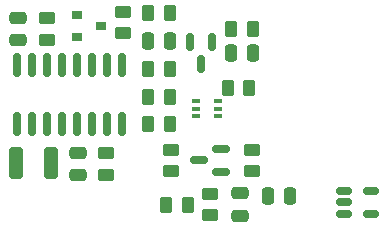
<source format=gbp>
G04 #@! TF.GenerationSoftware,KiCad,Pcbnew,5.99.0-unknown-50e22de3ba~95~ubuntu20.04.1*
G04 #@! TF.CreationDate,2021-01-20T12:46:09+09:00*
G04 #@! TF.ProjectId,OpenRover-4,4f70656e-526f-4766-9572-2d342e6b6963,rev?*
G04 #@! TF.SameCoordinates,Original*
G04 #@! TF.FileFunction,Paste,Bot*
G04 #@! TF.FilePolarity,Positive*
%FSLAX46Y46*%
G04 Gerber Fmt 4.6, Leading zero omitted, Abs format (unit mm)*
G04 Created by KiCad (PCBNEW 5.99.0-unknown-50e22de3ba~95~ubuntu20.04.1) date 2021-01-20 12:46:09*
%MOMM*%
%LPD*%
G01*
G04 APERTURE LIST*
G04 Aperture macros list*
%AMRoundRect*
0 Rectangle with rounded corners*
0 $1 Rounding radius*
0 $2 $3 $4 $5 $6 $7 $8 $9 X,Y pos of 4 corners*
0 Add a 4 corners polygon primitive as box body*
4,1,4,$2,$3,$4,$5,$6,$7,$8,$9,$2,$3,0*
0 Add four circle primitives for the rounded corners*
1,1,$1+$1,$2,$3*
1,1,$1+$1,$4,$5*
1,1,$1+$1,$6,$7*
1,1,$1+$1,$8,$9*
0 Add four rect primitives between the rounded corners*
20,1,$1+$1,$2,$3,$4,$5,0*
20,1,$1+$1,$4,$5,$6,$7,0*
20,1,$1+$1,$6,$7,$8,$9,0*
20,1,$1+$1,$8,$9,$2,$3,0*%
G04 Aperture macros list end*
%ADD10RoundRect,0.250000X-0.262500X-0.450000X0.262500X-0.450000X0.262500X0.450000X-0.262500X0.450000X0*%
%ADD11RoundRect,0.250000X0.450000X-0.262500X0.450000X0.262500X-0.450000X0.262500X-0.450000X-0.262500X0*%
%ADD12R,0.650000X0.400000*%
%ADD13RoundRect,0.250000X-0.475000X0.250000X-0.475000X-0.250000X0.475000X-0.250000X0.475000X0.250000X0*%
%ADD14RoundRect,0.250000X-0.250000X-0.475000X0.250000X-0.475000X0.250000X0.475000X-0.250000X0.475000X0*%
%ADD15RoundRect,0.150000X-0.512500X-0.150000X0.512500X-0.150000X0.512500X0.150000X-0.512500X0.150000X0*%
%ADD16RoundRect,0.250000X0.475000X-0.250000X0.475000X0.250000X-0.475000X0.250000X-0.475000X-0.250000X0*%
%ADD17RoundRect,0.150000X-0.150000X0.587500X-0.150000X-0.587500X0.150000X-0.587500X0.150000X0.587500X0*%
%ADD18RoundRect,0.250000X0.262500X0.450000X-0.262500X0.450000X-0.262500X-0.450000X0.262500X-0.450000X0*%
%ADD19RoundRect,0.150000X-0.150000X0.825000X-0.150000X-0.825000X0.150000X-0.825000X0.150000X0.825000X0*%
%ADD20R,0.900000X0.800000*%
%ADD21RoundRect,0.250000X0.250000X0.475000X-0.250000X0.475000X-0.250000X-0.475000X0.250000X-0.475000X0*%
%ADD22RoundRect,0.150000X0.587500X0.150000X-0.587500X0.150000X-0.587500X-0.150000X0.587500X-0.150000X0*%
%ADD23RoundRect,0.250000X-0.325000X-1.100000X0.325000X-1.100000X0.325000X1.100000X-0.325000X1.100000X0*%
%ADD24RoundRect,0.250000X-0.450000X0.262500X-0.450000X-0.262500X0.450000X-0.262500X0.450000X0.262500X0*%
G04 APERTURE END LIST*
D10*
X141073500Y-74930000D03*
X142898500Y-74930000D03*
D11*
X135946000Y-72334000D03*
X135946000Y-70509000D03*
D12*
X145450000Y-66100000D03*
X145450000Y-66750000D03*
X145450000Y-67400000D03*
X143550000Y-67400000D03*
X143550000Y-66750000D03*
X143550000Y-66100000D03*
D10*
X139549500Y-65737500D03*
X141374500Y-65737500D03*
D13*
X133570000Y-70491500D03*
X133570000Y-72391500D03*
D14*
X146550000Y-62000000D03*
X148450000Y-62000000D03*
D11*
X131000000Y-60912500D03*
X131000000Y-59087500D03*
X144765000Y-75764000D03*
X144765000Y-73939000D03*
D15*
X156112500Y-75626000D03*
X156112500Y-74676000D03*
X156112500Y-73726000D03*
X158387500Y-73726000D03*
X158387500Y-75626000D03*
D16*
X147320000Y-75801500D03*
X147320000Y-73901500D03*
D11*
X148336000Y-72032500D03*
X148336000Y-70207500D03*
D17*
X143050000Y-61062500D03*
X144950000Y-61062500D03*
X144000000Y-62937500D03*
D18*
X141374500Y-63403000D03*
X139549500Y-63403000D03*
D14*
X149672000Y-74168000D03*
X151572000Y-74168000D03*
D18*
X148092500Y-64960000D03*
X146267500Y-64960000D03*
D11*
X137414000Y-60348500D03*
X137414000Y-58523500D03*
D10*
X139549500Y-58674000D03*
X141374500Y-58674000D03*
D19*
X128397000Y-63057000D03*
X129667000Y-63057000D03*
X130937000Y-63057000D03*
X132207000Y-63057000D03*
X133477000Y-63057000D03*
X134747000Y-63057000D03*
X136017000Y-63057000D03*
X137287000Y-63057000D03*
X137287000Y-68007000D03*
X136017000Y-68007000D03*
X134747000Y-68007000D03*
X133477000Y-68007000D03*
X132207000Y-68007000D03*
X130937000Y-68007000D03*
X129667000Y-68007000D03*
X128397000Y-68007000D03*
D20*
X133510000Y-58800000D03*
X135510000Y-59750000D03*
X133510000Y-60700000D03*
D10*
X146587500Y-60000000D03*
X148412500Y-60000000D03*
D21*
X141412000Y-61038500D03*
X139512000Y-61038500D03*
D22*
X145717500Y-70170000D03*
X145717500Y-72070000D03*
X143842500Y-71120000D03*
D18*
X141374500Y-68072000D03*
X139549500Y-68072000D03*
D23*
X128368000Y-71341500D03*
X131318000Y-71341500D03*
D24*
X141478000Y-70207500D03*
X141478000Y-72032500D03*
D13*
X128500000Y-59050000D03*
X128500000Y-60950000D03*
M02*

</source>
